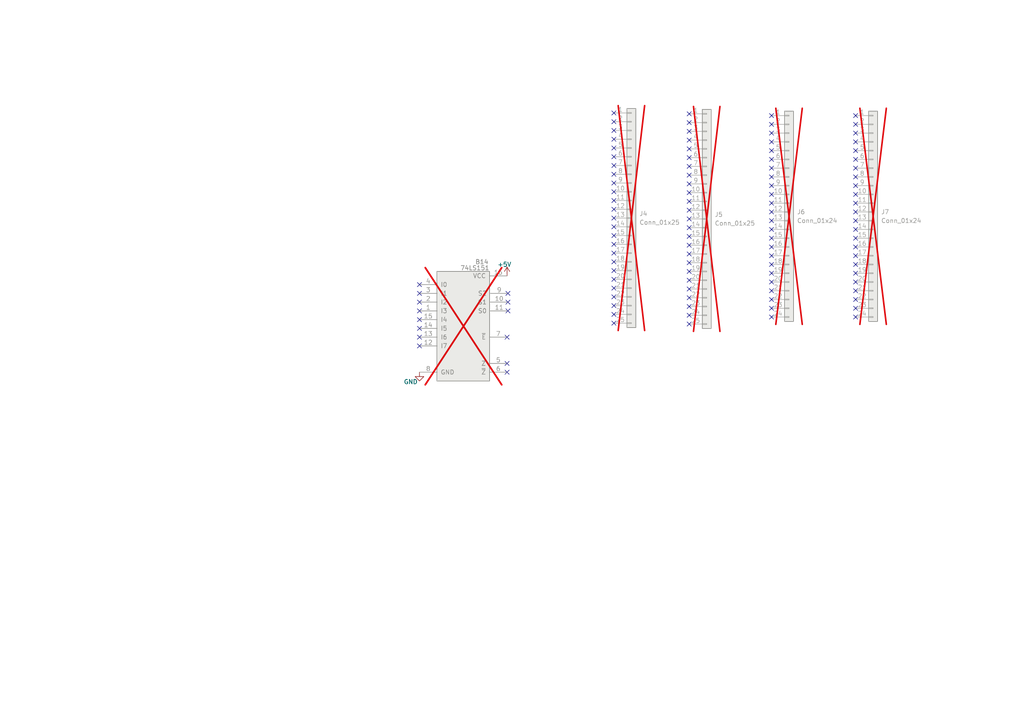
<source format=kicad_sch>
(kicad_sch (version 20230121) (generator eeschema)
  (paper "A4")
  (lib_symbols
    (symbol "AppleII+:74LS151" (pin_names (offset 1.016))
      (property "Reference" "U" (at 0 12.7 0))
      (property "Value" "74LS151" (at 0 -21.336 0))
      (symbol "74LS151_1_0"
        (pin input line (at -12.7 0 0) (length 5.08) (name "I3") (number "1"))
        (pin input line (at 12.954 2.54 180) (length 5.08) (name "S1") (number "10"))
        (pin input line (at 12.954 0 180) (length 5.08) (name "S0") (number "11"))
        (pin input line (at -12.7 -10.16 0) (length 5.08) (name "I7") (number "12"))
        (pin input line (at -12.7 -7.62 0) (length 5.08) (name "I6") (number "13"))
        (pin input line (at -12.7 -5.08 0) (length 5.08) (name "I5") (number "14"))
        (pin input line (at -12.7 -2.54 0) (length 5.08) (name "I4") (number "15"))
        (pin power_in line (at 12.7 10.16 180) (length 5.08) (name "VCC") (number "16"))
        (pin input line (at -12.7 2.54 0) (length 5.08) (name "I2") (number "2"))
        (pin input line (at -12.7 5.08 0) (length 5.08) (name "I1") (number "3"))
        (pin input line (at -12.7 7.62 0) (length 5.08) (name "I0") (number "4"))
        (pin output line (at 12.7 -15.24 180) (length 5.08) (name "Z") (number "5"))
        (pin output line (at 12.7 -17.78 180) (length 5.08) (name "~{Z}") (number "6"))
        (pin input line (at 12.7 -7.62 180) (length 5.08) (name "~{E}") (number "7"))
        (pin power_in line (at -12.7 -17.78 0) (length 5.08) (name "GND") (number "8"))
        (pin input line (at 12.954 5.08 180) (length 5.08) (name "S2") (number "9"))
      )
      (symbol "74LS151_1_1"
        (rectangle (start -7.62 11.43) (end 7.62 -20.32) (stroke (width 0.254)) (fill (type background)))
      )
    )
    (symbol "Connector_Generic:Conn_01x24" (pin_names (offset 1.016) hide)
      (property "Reference" "J" (at 0 30.48 0))
      (property "Value" "Conn_01x24" (at 0 -33.02 0))
      (symbol "Conn_01x24_1_1"
        (rectangle (start -1.27 -30.353) (end 0 -30.607) (stroke (width 0.1524)))
        (rectangle (start -1.27 -27.813) (end 0 -28.067) (stroke (width 0.1524)))
        (rectangle (start -1.27 -25.273) (end 0 -25.527) (stroke (width 0.1524)))
        (rectangle (start -1.27 -22.733) (end 0 -22.987) (stroke (width 0.1524)))
        (rectangle (start -1.27 -20.193) (end 0 -20.447) (stroke (width 0.1524)))
        (rectangle (start -1.27 -17.653) (end 0 -17.907) (stroke (width 0.1524)))
        (rectangle (start -1.27 -15.113) (end 0 -15.367) (stroke (width 0.1524)))
        (rectangle (start -1.27 -12.573) (end 0 -12.827) (stroke (width 0.1524)))
        (rectangle (start -1.27 -10.033) (end 0 -10.287) (stroke (width 0.1524)))
        (rectangle (start -1.27 -7.493) (end 0 -7.747) (stroke (width 0.1524)))
        (rectangle (start -1.27 -4.953) (end 0 -5.207) (stroke (width 0.1524)))
        (rectangle (start -1.27 -2.413) (end 0 -2.667) (stroke (width 0.1524)))
        (rectangle (start -1.27 0.127) (end 0 -0.127) (stroke (width 0.1524)))
        (rectangle (start -1.27 2.667) (end 0 2.413) (stroke (width 0.1524)))
        (rectangle (start -1.27 5.207) (end 0 4.953) (stroke (width 0.1524)))
        (rectangle (start -1.27 7.747) (end 0 7.493) (stroke (width 0.1524)))
        (rectangle (start -1.27 10.287) (end 0 10.033) (stroke (width 0.1524)))
        (rectangle (start -1.27 12.827) (end 0 12.573) (stroke (width 0.1524)))
        (rectangle (start -1.27 15.367) (end 0 15.113) (stroke (width 0.1524)))
        (rectangle (start -1.27 17.907) (end 0 17.653) (stroke (width 0.1524)))
        (rectangle (start -1.27 20.447) (end 0 20.193) (stroke (width 0.1524)))
        (rectangle (start -1.27 22.987) (end 0 22.733) (stroke (width 0.1524)))
        (rectangle (start -1.27 25.527) (end 0 25.273) (stroke (width 0.1524)))
        (rectangle (start -1.27 28.067) (end 0 27.813) (stroke (width 0.1524)))
        (rectangle (start -1.27 29.21) (end 1.27 -31.75) (stroke (width 0.254)) (fill (type background)))
        (pin passive line (at -5.08 27.94 0) (length 3.81) (name "Pin_1") (number "1"))
        (pin passive line (at -5.08 5.08 0) (length 3.81) (name "Pin_10") (number "10"))
        (pin passive line (at -5.08 2.54 0) (length 3.81) (name "Pin_11") (number "11"))
        (pin passive line (at -5.08 0 0) (length 3.81) (name "Pin_12") (number "12"))
        (pin passive line (at -5.08 -2.54 0) (length 3.81) (name "Pin_13") (number "13"))
        (pin passive line (at -5.08 -5.08 0) (length 3.81) (name "Pin_14") (number "14"))
        (pin passive line (at -5.08 -7.62 0) (length 3.81) (name "Pin_15") (number "15"))
        (pin passive line (at -5.08 -10.16 0) (length 3.81) (name "Pin_16") (number "16"))
        (pin passive line (at -5.08 -12.7 0) (length 3.81) (name "Pin_17") (number "17"))
        (pin passive line (at -5.08 -15.24 0) (length 3.81) (name "Pin_18") (number "18"))
        (pin passive line (at -5.08 -17.78 0) (length 3.81) (name "Pin_19") (number "19"))
        (pin passive line (at -5.08 25.4 0) (length 3.81) (name "Pin_2") (number "2"))
        (pin passive line (at -5.08 -20.32 0) (length 3.81) (name "Pin_20") (number "20"))
        (pin passive line (at -5.08 -22.86 0) (length 3.81) (name "Pin_21") (number "21"))
        (pin passive line (at -5.08 -25.4 0) (length 3.81) (name "Pin_22") (number "22"))
        (pin passive line (at -5.08 -27.94 0) (length 3.81) (name "Pin_23") (number "23"))
        (pin passive line (at -5.08 -30.48 0) (length 3.81) (name "Pin_24") (number "24"))
        (pin passive line (at -5.08 22.86 0) (length 3.81) (name "Pin_3") (number "3"))
        (pin passive line (at -5.08 20.32 0) (length 3.81) (name "Pin_4") (number "4"))
        (pin passive line (at -5.08 17.78 0) (length 3.81) (name "Pin_5") (number "5"))
        (pin passive line (at -5.08 15.24 0) (length 3.81) (name "Pin_6") (number "6"))
        (pin passive line (at -5.08 12.7 0) (length 3.81) (name "Pin_7") (number "7"))
        (pin passive line (at -5.08 10.16 0) (length 3.81) (name "Pin_8") (number "8"))
        (pin passive line (at -5.08 7.62 0) (length 3.81) (name "Pin_9") (number "9"))
      )
    )
    (symbol "Connector_Generic:Conn_01x25" (pin_names (offset 1.016) hide)
      (property "Reference" "J" (at 0 33.02 0))
      (property "Value" "Conn_01x25" (at 0 -33.02 0))
      (symbol "Conn_01x25_1_1"
        (rectangle (start -1.27 -30.353) (end 0 -30.607) (stroke (width 0.1524)))
        (rectangle (start -1.27 -27.813) (end 0 -28.067) (stroke (width 0.1524)))
        (rectangle (start -1.27 -25.273) (end 0 -25.527) (stroke (width 0.1524)))
        (rectangle (start -1.27 -22.733) (end 0 -22.987) (stroke (width 0.1524)))
        (rectangle (start -1.27 -20.193) (end 0 -20.447) (stroke (width 0.1524)))
        (rectangle (start -1.27 -17.653) (end 0 -17.907) (stroke (width 0.1524)))
        (rectangle (start -1.27 -15.113) (end 0 -15.367) (stroke (width 0.1524)))
        (rectangle (start -1.27 -12.573) (end 0 -12.827) (stroke (width 0.1524)))
        (rectangle (start -1.27 -10.033) (end 0 -10.287) (stroke (width 0.1524)))
        (rectangle (start -1.27 -7.493) (end 0 -7.747) (stroke (width 0.1524)))
        (rectangle (start -1.27 -4.953) (end 0 -5.207) (stroke (width 0.1524)))
        (rectangle (start -1.27 -2.413) (end 0 -2.667) (stroke (width 0.1524)))
        (rectangle (start -1.27 0.127) (end 0 -0.127) (stroke (width 0.1524)))
        (rectangle (start -1.27 2.667) (end 0 2.413) (stroke (width 0.1524)))
        (rectangle (start -1.27 5.207) (end 0 4.953) (stroke (width 0.1524)))
        (rectangle (start -1.27 7.747) (end 0 7.493) (stroke (width 0.1524)))
        (rectangle (start -1.27 10.287) (end 0 10.033) (stroke (width 0.1524)))
        (rectangle (start -1.27 12.827) (end 0 12.573) (stroke (width 0.1524)))
        (rectangle (start -1.27 15.367) (end 0 15.113) (stroke (width 0.1524)))
        (rectangle (start -1.27 17.907) (end 0 17.653) (stroke (width 0.1524)))
        (rectangle (start -1.27 20.447) (end 0 20.193) (stroke (width 0.1524)))
        (rectangle (start -1.27 22.987) (end 0 22.733) (stroke (width 0.1524)))
        (rectangle (start -1.27 25.527) (end 0 25.273) (stroke (width 0.1524)))
        (rectangle (start -1.27 28.067) (end 0 27.813) (stroke (width 0.1524)))
        (rectangle (start -1.27 30.607) (end 0 30.353) (stroke (width 0.1524)))
        (rectangle (start -1.27 31.75) (end 1.27 -31.75) (stroke (width 0.254)) (fill (type background)))
        (pin passive line (at -5.08 30.48 0) (length 3.81) (name "Pin_1") (number "1"))
        (pin passive line (at -5.08 7.62 0) (length 3.81) (name "Pin_10") (number "10"))
        (pin passive line (at -5.08 5.08 0) (length 3.81) (name "Pin_11") (number "11"))
        (pin passive line (at -5.08 2.54 0) (length 3.81) (name "Pin_12") (number "12"))
        (pin passive line (at -5.08 0 0) (length 3.81) (name "Pin_13") (number "13"))
        (pin passive line (at -5.08 -2.54 0) (length 3.81) (name "Pin_14") (number "14"))
        (pin passive line (at -5.08 -5.08 0) (length 3.81) (name "Pin_15") (number "15"))
        (pin passive line (at -5.08 -7.62 0) (length 3.81) (name "Pin_16") (number "16"))
        (pin passive line (at -5.08 -10.16 0) (length 3.81) (name "Pin_17") (number "17"))
        (pin passive line (at -5.08 -12.7 0) (length 3.81) (name "Pin_18") (number "18"))
        (pin passive line (at -5.08 -15.24 0) (length 3.81) (name "Pin_19") (number "19"))
        (pin passive line (at -5.08 27.94 0) (length 3.81) (name "Pin_2") (number "2"))
        (pin passive line (at -5.08 -17.78 0) (length 3.81) (name "Pin_20") (number "20"))
        (pin passive line (at -5.08 -20.32 0) (length 3.81) (name "Pin_21") (number "21"))
        (pin passive line (at -5.08 -22.86 0) (length 3.81) (name "Pin_22") (number "22"))
        (pin passive line (at -5.08 -25.4 0) (length 3.81) (name "Pin_23") (number "23"))
        (pin passive line (at -5.08 -27.94 0) (length 3.81) (name "Pin_24") (number "24"))
        (pin passive line (at -5.08 -30.48 0) (length 3.81) (name "Pin_25") (number "25"))
        (pin passive line (at -5.08 25.4 0) (length 3.81) (name "Pin_3") (number "3"))
        (pin passive line (at -5.08 22.86 0) (length 3.81) (name "Pin_4") (number "4"))
        (pin passive line (at -5.08 20.32 0) (length 3.81) (name "Pin_5") (number "5"))
        (pin passive line (at -5.08 17.78 0) (length 3.81) (name "Pin_6") (number "6"))
        (pin passive line (at -5.08 15.24 0) (length 3.81) (name "Pin_7") (number "7"))
        (pin passive line (at -5.08 12.7 0) (length 3.81) (name "Pin_8") (number "8"))
        (pin passive line (at -5.08 10.16 0) (length 3.81) (name "Pin_9") (number "9"))
      )
    )
    (symbol "power:+5V" (power) (pin_names (offset 0))
      (property "Value" "+5V" (at 0 3.556 0))
      (symbol "+5V_0_1"
        (polyline (pts (xy -0.762 1.27) (xy 0 2.54)))
        (polyline (pts (xy 0 0) (xy 0 2.54)))
        (polyline (pts (xy 0 2.54) (xy 0.762 1.27)))
      )
      (symbol "+5V_1_1"
        (pin power_in line (at 0 0 90) (length 0) hide (name "+5V") (number "1"))
      )
    )
    (symbol "power:GND" (power) (pin_names (offset 0))
      (property "Value" "GND" (at 0 -3.81 0))
      (symbol "GND_0_1"
        (polyline (pts (xy 0 0) (xy 0 -1.27) (xy 1.27 -1.27) (xy 0 -2.54) (xy -1.27 -1.27) (xy 0 -1.27)))
      )
      (symbol "GND_1_1"
        (pin power_in line (at 0 0 270) (length 0) hide (name "GND") (number "1"))
      )
    )
  )
  (no_connect (at 223.774 86.868))
  (no_connect (at 248.158 66.548))
  (no_connect (at 178.054 35.306))
  (no_connect (at 178.054 58.166))
  (no_connect (at 178.054 81.026))
  (no_connect (at 248.158 81.788))
  (no_connect (at 223.774 91.948))
  (no_connect (at 147.32 90.17))
  (no_connect (at 199.898 38.1))
  (no_connect (at 223.774 76.708))
  (no_connect (at 223.774 58.928))
  (no_connect (at 178.054 65.786))
  (no_connect (at 248.158 58.928))
  (no_connect (at 248.158 51.308))
  (no_connect (at 178.054 40.386))
  (no_connect (at 199.898 76.2))
  (no_connect (at 248.158 48.768))
  (no_connect (at 199.898 71.12))
  (no_connect (at 199.898 50.8))
  (no_connect (at 248.158 56.388))
  (no_connect (at 223.774 51.308))
  (no_connect (at 223.774 48.768))
  (no_connect (at 248.158 69.088))
  (no_connect (at 199.898 60.96))
  (no_connect (at 178.054 88.646))
  (no_connect (at 223.774 74.168))
  (no_connect (at 121.666 87.63))
  (no_connect (at 178.054 60.706))
  (no_connect (at 248.158 74.168))
  (no_connect (at 223.774 81.788))
  (no_connect (at 199.898 86.36))
  (no_connect (at 178.054 93.726))
  (no_connect (at 121.666 97.79))
  (no_connect (at 248.158 43.688))
  (no_connect (at 199.898 55.88))
  (no_connect (at 199.898 78.74))
  (no_connect (at 178.054 91.186))
  (no_connect (at 199.898 33.02))
  (no_connect (at 121.666 92.71))
  (no_connect (at 178.054 48.006))
  (no_connect (at 147.066 97.79))
  (no_connect (at 248.158 84.328))
  (no_connect (at 199.898 66.04))
  (no_connect (at 248.158 46.228))
  (no_connect (at 121.666 82.55))
  (no_connect (at 199.898 40.64))
  (no_connect (at 178.054 45.466))
  (no_connect (at 121.666 85.09))
  (no_connect (at 248.158 61.468))
  (no_connect (at 248.158 79.248))
  (no_connect (at 199.898 45.72))
  (no_connect (at 178.054 73.406))
  (no_connect (at 199.898 48.26))
  (no_connect (at 178.054 55.626))
  (no_connect (at 178.054 78.486))
  (no_connect (at 178.054 83.566))
  (no_connect (at 199.898 81.28))
  (no_connect (at 178.054 50.546))
  (no_connect (at 248.158 91.948))
  (no_connect (at 248.158 64.008))
  (no_connect (at 223.774 56.388))
  (no_connect (at 223.774 46.228))
  (no_connect (at 223.774 89.408))
  (no_connect (at 121.666 95.25))
  (no_connect (at 223.774 53.848))
  (no_connect (at 199.898 83.82))
  (no_connect (at 199.898 73.66))
  (no_connect (at 248.158 89.408))
  (no_connect (at 178.054 53.086))
  (no_connect (at 223.774 43.688))
  (no_connect (at 178.054 42.926))
  (no_connect (at 121.666 100.33))
  (no_connect (at 248.158 86.868))
  (no_connect (at 199.898 53.34))
  (no_connect (at 248.158 33.528))
  (no_connect (at 248.158 76.708))
  (no_connect (at 199.898 68.58))
  (no_connect (at 223.774 64.008))
  (no_connect (at 223.774 36.068))
  (no_connect (at 223.774 71.628))
  (no_connect (at 248.158 71.628))
  (no_connect (at 199.898 43.18))
  (no_connect (at 223.774 41.148))
  (no_connect (at 223.774 79.248))
  (no_connect (at 199.898 58.42))
  (no_connect (at 248.158 53.848))
  (no_connect (at 121.666 90.17))
  (no_connect (at 147.32 85.09))
  (no_connect (at 248.158 41.148))
  (no_connect (at 223.774 69.088))
  (no_connect (at 199.898 91.44))
  (no_connect (at 223.774 38.608))
  (no_connect (at 223.774 33.528))
  (no_connect (at 178.054 63.246))
  (no_connect (at 199.898 63.5))
  (no_connect (at 199.898 88.9))
  (no_connect (at 147.066 107.95))
  (no_connect (at 248.158 38.608))
  (no_connect (at 147.32 87.63))
  (no_connect (at 178.054 68.326))
  (no_connect (at 199.898 35.56))
  (no_connect (at 147.066 105.41))
  (no_connect (at 178.054 32.766))
  (no_connect (at 223.774 61.468))
  (no_connect (at 178.054 37.846))
  (no_connect (at 223.774 66.548))
  (no_connect (at 223.774 84.328))
  (no_connect (at 248.158 36.068))
  (no_connect (at 178.054 70.866))
  (no_connect (at 199.898 93.98))
  (no_connect (at 178.054 86.106))
  (no_connect (at 178.054 75.946))
  (symbol (lib_id "Connector_Generic:Conn_01x24") (at 253.238 61.468 0) (unit 1) (in_bom no) (dnp yes)
    (property "Reference" "J7" (at 255.524 61.468 0) (effects (justify left)))
    (property "Value" "Conn_01x24" (at 255.524 64.008 0) (effects (justify left)))
    (property "Footprint" "Apple-II:SIP-24" (effects hide))
  )
  (symbol (lib_id "Connector_Generic:Conn_01x25") (at 204.978 63.5 0) (unit 1) (in_bom no) (dnp yes)
    (property "Reference" "J5" (at 207.264 62.23 0) (effects (justify left)))
    (property "Value" "Conn_01x25" (at 207.264 64.77 0) (effects (justify left)))
    (property "Footprint" "Apple-II:SIP-25" (effects hide))
  )
  (symbol (lib_id "power:GND") (at 121.666 107.95 0) (unit 1)
    (property "Reference" "#PWR056" (effects hide))
    (property "Value" "GND" (at 119.126 110.744 0))
  )
  (symbol (lib_id "power:+5V") (at 147.066 80.01 0) (unit 1)
    (property "Reference" "#PWR012" (effects hide))
    (property "Value" "+5V" (at 146.304 76.708 0))
  )
  (symbol (lib_id "Connector_Generic:Conn_01x25") (at 183.134 63.246 0) (unit 1) (in_bom no) (dnp yes)
    (property "Reference" "J4" (at 185.42 61.976 0) (effects (justify left)))
    (property "Value" "Conn_01x25" (at 185.42 64.516 0) (effects (justify left)))
    (property "Footprint" "Apple-II:SIP-25" (effects hide))
  )
  (symbol (lib_id "AppleII+:74LS151") (at 134.366 90.17 0) (unit 1) (in_bom no) (dnp yes)
    (property "Reference" "B14" (at 141.732 75.946 0) (effects (justify right)))
    (property "Value" "74LS151" (at 141.986 77.724 0) (effects (justify right)))
    (property "Footprint" "Package_DIP:DIP-16_W7.62mm_Socket_LongPads" (effects hide))
    (property "Datasheet" "http://www.ti.com/lit/gpn/sn74LS151" (effects hide))
  )
  (symbol (lib_id "Connector_Generic:Conn_01x24") (at 228.854 61.468 0) (unit 1) (in_bom no) (dnp yes)
    (property "Reference" "J6" (at 231.14 61.468 0) (effects (justify left)))
    (property "Value" "Conn_01x24" (at 231.14 64.008 0) (effects (justify left)))
    (property "Footprint" "Apple-II:SIP-24" (effects hide))
  )
)
</source>
